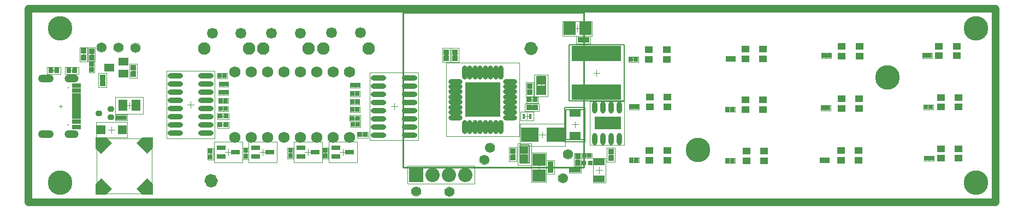
<source format=gts>
G04*
G04 #@! TF.GenerationSoftware,Altium Limited,CircuitMaker,2.3.0 (2.3.0.3)*
G04*
G04 Layer_Color=20142*
%FSLAX24Y24*%
%MOIN*%
G70*
G04*
G04 #@! TF.SameCoordinates,DC51E294-6E65-4D61-95AE-3FB6185F5068*
G04*
G04*
G04 #@! TF.FilePolarity,Negative*
G04*
G01*
G75*
%ADD11C,0.0039*%
%ADD13C,0.0100*%
%ADD14C,0.0050*%
%ADD15C,0.0079*%
%ADD16C,0.0059*%
%ADD18C,0.0472*%
%ADD19C,0.0020*%
%ADD20C,0.0433*%
%ADD44R,0.0669X0.0512*%
%ADD57R,0.0300X0.0300*%
%ADD58R,0.0363X0.0379*%
%ADD59O,0.0316X0.0749*%
%ADD60C,0.0552*%
%ADD61R,0.0336X0.0316*%
%ADD62O,0.0316X0.0848*%
%ADD63R,0.0316X0.0356*%
%ADD64R,0.0572X0.0198*%
%ADD65R,0.0277X0.0257*%
%ADD66R,0.0572X0.0690*%
%ADD67R,0.0572X0.0277*%
%ADD68O,0.0848X0.0316*%
%ADD69R,0.0316X0.0356*%
%ADD70R,0.0277X0.0316*%
%ADD71R,0.0316X0.0277*%
%ADD72O,0.0946X0.0316*%
%ADD73R,0.1064X0.0867*%
%ADD74R,0.0474X0.0474*%
%ADD75R,0.0789X0.0730*%
%ADD76R,0.0297X0.0277*%
%ADD77R,0.0336X0.0336*%
%ADD78R,0.0257X0.0257*%
%ADD79R,0.0690X0.0434*%
%ADD80R,0.0454X0.0434*%
%ADD81R,0.0730X0.0789*%
%ADD82R,0.0379X0.0363*%
%ADD83R,0.3033X0.0946*%
%ADD84C,0.0178*%
G04:AMPARAMS|DCode=85|XSize=31.6mil|YSize=37.5mil|CornerRadius=8.7mil|HoleSize=0mil|Usage=FLASHONLY|Rotation=90.000|XOffset=0mil|YOffset=0mil|HoleType=Round|Shape=RoundedRectangle|*
%AMROUNDEDRECTD85*
21,1,0.0316,0.0201,0,0,90.0*
21,1,0.0142,0.0375,0,0,90.0*
1,1,0.0174,0.0100,0.0071*
1,1,0.0174,0.0100,-0.0071*
1,1,0.0174,-0.0100,-0.0071*
1,1,0.0174,-0.0100,0.0071*
%
%ADD85ROUNDEDRECTD85*%
%ADD86R,0.0580X0.0580*%
%ADD87R,0.0631X0.0474*%
%ADD88R,0.0572X0.0316*%
%ADD89R,0.0867X0.0867*%
%ADD90C,0.0867*%
%ADD91C,0.0680*%
%ADD92C,0.1497*%
%ADD93C,0.0080*%
G04:AMPARAMS|DCode=94|XSize=47.4mil|YSize=94.6mil|CornerRadius=23.7mil|HoleSize=0mil|Usage=FLASHONLY|Rotation=270.000|XOffset=0mil|YOffset=0mil|HoleType=Round|Shape=RoundedRectangle|*
%AMROUNDEDRECTD94*
21,1,0.0474,0.0472,0,0,270.0*
21,1,0.0000,0.0946,0,0,270.0*
1,1,0.0474,-0.0236,0.0000*
1,1,0.0474,-0.0236,0.0000*
1,1,0.0474,0.0236,0.0000*
1,1,0.0474,0.0236,0.0000*
%
%ADD94ROUNDEDRECTD94*%
G04:AMPARAMS|DCode=95|XSize=47.4mil|YSize=86.7mil|CornerRadius=23.7mil|HoleSize=0mil|Usage=FLASHONLY|Rotation=270.000|XOffset=0mil|YOffset=0mil|HoleType=Round|Shape=RoundedRectangle|*
%AMROUNDEDRECTD95*
21,1,0.0474,0.0394,0,0,270.0*
21,1,0.0000,0.0867,0,0,270.0*
1,1,0.0474,-0.0197,0.0000*
1,1,0.0474,-0.0197,0.0000*
1,1,0.0474,0.0197,0.0000*
1,1,0.0474,0.0197,0.0000*
%
%ADD95ROUNDEDRECTD95*%
%ADD96C,0.0663*%
%ADD97C,0.0763*%
G36*
X28840Y7335D02*
Y5213D01*
X26722D01*
X26711Y5203D01*
X26700Y5213D01*
Y7335D01*
X28843Y7338D01*
X28840Y7335D01*
D02*
G37*
G36*
X36190Y4471D02*
X34601D01*
Y5228D01*
X36190D01*
Y4471D01*
D02*
G37*
G36*
X7610Y3305D02*
X7270Y2965D01*
X6620Y3615D01*
X6960Y3955D01*
X7610D01*
Y3305D01*
D02*
G37*
G36*
X5120Y3615D02*
X4470Y2965D01*
X4130Y3305D01*
Y3955D01*
X4780D01*
X5120Y3615D01*
D02*
G37*
G36*
X7610Y1125D02*
Y475D01*
X6960D01*
X6620Y815D01*
X7270Y1465D01*
X7610Y1125D01*
D02*
G37*
G36*
X5120Y815D02*
X4780Y475D01*
X4130D01*
Y1125D01*
X4470Y1465D01*
X5120Y815D01*
D02*
G37*
D11*
X4197Y3888D02*
X7544D01*
Y542D02*
Y3888D01*
X4197Y542D02*
X7544D01*
X4197D02*
Y3888D01*
X26015Y640D02*
G03*
X26015Y640I-295J0D01*
G01*
X33251Y2925D02*
G03*
X33251Y2925I-295J0D01*
G01*
X5818Y9449D02*
G03*
X5818Y9449I-295J0D01*
G01*
X6859Y9444D02*
G03*
X6859Y9444I-295J0D01*
G01*
X4780Y9454D02*
G03*
X4780Y9454I-295J0D01*
G01*
X28144Y2582D02*
G03*
X28144Y2582I-295J0D01*
G01*
X28494Y3332D02*
G03*
X28494Y3332I-295J0D01*
G01*
X32941Y1465D02*
G03*
X32941Y1465I-295J0D01*
G01*
X23988Y649D02*
G03*
X23988Y649I-295J0D01*
G01*
X4542Y7346D02*
Y7563D01*
X4434Y7455D02*
X4651D01*
X35147Y4818D02*
X35541D01*
X35344Y4621D02*
Y5015D01*
X19835Y6135D02*
X20051D01*
X19943Y6027D02*
Y6243D01*
X5983Y5913D02*
X6377D01*
X6180Y5717D02*
Y6110D01*
X14134Y3066D02*
X14528D01*
X14331Y2869D02*
Y3263D01*
X23154Y1127D02*
X27249D01*
Y2229D01*
X23154D02*
X27249D01*
X23154Y1127D02*
Y2229D01*
X27562Y6272D02*
X27956D01*
X27759Y6075D02*
Y6469D01*
X1573Y7947D02*
Y8163D01*
X1465Y8055D02*
X1681D01*
X2676Y7947D02*
Y8163D01*
X2567Y8055D02*
X2784D01*
X19965Y5027D02*
Y5243D01*
X19857Y5135D02*
X20074D01*
X20426Y4012D02*
Y4228D01*
X20317Y4120D02*
X20534D01*
X18047Y2987D02*
X18264D01*
X18155Y2879D02*
Y3095D01*
X15908Y3001D02*
X16125D01*
X16017Y2893D02*
Y3109D01*
X13173Y2978D02*
X13390D01*
X13281Y2870D02*
Y3087D01*
X11029Y2946D02*
X11246D01*
X11138Y2838D02*
Y3054D01*
X19218Y2866D02*
Y3260D01*
X19021Y3063D02*
X19414D01*
X17093Y2863D02*
Y3257D01*
X16897Y3060D02*
X17290D01*
X12228Y2865D02*
Y3259D01*
X12032Y3062D02*
X12425D01*
X11904Y5137D02*
Y5353D01*
X11796Y5245D02*
X12012D01*
X11909Y4612D02*
Y4829D01*
X11801Y4720D02*
X12017D01*
X22351Y5661D02*
Y6055D01*
X22154Y5858D02*
X22548D01*
X20874Y7925D02*
X23827D01*
X20874Y3791D02*
X23827D01*
X20874D02*
Y7925D01*
X23827Y3791D02*
Y7925D01*
X9922Y5775D02*
Y6169D01*
X9725Y5972D02*
X10119D01*
X8445Y3905D02*
X11398D01*
X8445Y8039D02*
X11398D01*
Y3905D02*
Y8039D01*
X8445Y3905D02*
Y8039D01*
X29492Y2925D02*
X29709D01*
X29600Y2816D02*
Y3033D01*
X30300Y2738D02*
Y3131D01*
X30104Y2935D02*
X30497D01*
X31876Y2037D02*
Y2253D01*
X31767Y2145D02*
X31984D01*
X30979Y2125D02*
X31373D01*
X31176Y1928D02*
Y2322D01*
X33278Y1975D02*
X33514D01*
X33396Y1857D02*
Y2093D01*
X36983Y2452D02*
Y2688D01*
X36865Y2570D02*
X37101D01*
X33546Y2487D02*
Y2703D01*
X33437Y2595D02*
X33654D01*
X34007Y2845D02*
X34224D01*
X34116Y2737D02*
Y2953D01*
X34870Y1754D02*
Y2148D01*
X34673Y1951D02*
X35067D01*
X35576Y2786D02*
Y3002D01*
X35467Y2894D02*
X35684D01*
X33189Y4745D02*
X33583D01*
X33386Y4548D02*
Y4942D01*
X33536Y10418D02*
Y10812D01*
X33339Y10615D02*
X33733D01*
X37001Y5712D02*
Y5948D01*
X36883Y5830D02*
X37119D01*
X36956Y8617D02*
Y8853D01*
X36838Y8735D02*
X37074D01*
X42871Y8652D02*
Y8888D01*
X42753Y8770D02*
X42989D01*
X42849Y2426D02*
Y2662D01*
X42731Y2544D02*
X42967D01*
X42735Y5675D02*
X42972D01*
X42853Y5557D02*
Y5793D01*
X48690Y5642D02*
Y5878D01*
X48572Y5760D02*
X48809D01*
X48728Y8837D02*
Y9073D01*
X48610Y8955D02*
X48846D01*
X48606Y2457D02*
Y2693D01*
X48488Y2575D02*
X48724D01*
X54878Y2685D02*
X55114D01*
X54996Y2567D02*
Y2803D01*
X54835Y5815D02*
X55072D01*
X54953Y5697D02*
Y5933D01*
X54893Y8847D02*
Y9083D01*
X54775Y8965D02*
X55012D01*
X33791Y9923D02*
X34007D01*
X33899Y9815D02*
Y10032D01*
X34509Y7905D02*
X34903D01*
X34706Y7708D02*
Y8102D01*
X26066Y8877D02*
Y9093D01*
X25957Y8985D02*
X26174D01*
X11823Y6713D02*
X12040D01*
X11932Y6605D02*
Y6822D01*
X11832Y7213D02*
X12049D01*
X11940Y7105D02*
Y7322D01*
X11810Y5715D02*
X12026D01*
X11918Y5607D02*
Y5823D01*
X11812Y6203D02*
X12029D01*
X11921Y6094D02*
Y6311D01*
X11748Y7734D02*
X11964D01*
X11856Y7625D02*
Y7842D01*
X30259Y5252D02*
X30653D01*
X30456Y5055D02*
Y5448D01*
X19847Y6625D02*
X20063D01*
X19955Y6517D02*
Y6733D01*
X19845Y5665D02*
X20062D01*
X19953Y5557D02*
Y5773D01*
X5570Y5175D02*
X5806D01*
X5688Y5057D02*
Y5293D01*
X3886Y8930D02*
Y9146D01*
X3777Y9038D02*
X3994D01*
X30769Y6144D02*
Y6361D01*
X30661Y6252D02*
X30877D01*
X3778Y8265D02*
X3994D01*
X3886Y8157D02*
Y8373D01*
X19859Y7149D02*
X20076D01*
X19968Y7040D02*
Y7257D01*
X30531Y6902D02*
X30747D01*
X30639Y6794D02*
Y7011D01*
X6326Y8027D02*
X6542D01*
X6434Y7918D02*
Y8135D01*
X3396Y8927D02*
Y9143D01*
X3287Y9035D02*
X3504D01*
X31319Y6941D02*
Y7335D01*
X31122Y7138D02*
X31516D01*
X19877Y4750D02*
X20094D01*
X19985Y4642D02*
Y4858D01*
X25417Y8986D02*
X25634D01*
X25526Y8878D02*
Y9094D01*
X30768Y5694D02*
Y5911D01*
X30660Y5802D02*
X30876D01*
X5100Y4228D02*
Y4622D01*
X4904Y4425D02*
X5297D01*
D13*
X22887Y11584D02*
X33911D01*
Y2135D02*
Y11584D01*
X22887Y2135D02*
X33911D01*
X22887D02*
Y11584D01*
D14*
X33033Y6192D02*
X36379D01*
X33033Y9618D02*
X36379D01*
X33033Y6192D02*
Y9618D01*
X36379Y6192D02*
Y9618D01*
D15*
X32772Y3695D02*
X34000D01*
Y5795D01*
X32772D02*
X34000D01*
X32772Y3695D02*
Y5795D01*
D16*
X30576Y2385D02*
Y3485D01*
X30025Y2385D02*
X30576D01*
X30025D02*
Y3485D01*
X30576D01*
X31044Y6588D02*
Y7688D01*
X31595D01*
Y6588D02*
Y7688D01*
X31044Y6588D02*
X31595D01*
X32811Y3839D02*
X33961D01*
Y5650D01*
X32811D02*
X33961D01*
X32811Y3839D02*
Y5650D01*
D18*
X16Y5D02*
Y11825D01*
X59066D01*
Y5D02*
Y11825D01*
X16Y5D02*
X59066D01*
D19*
X4306Y7022D02*
X4779D01*
X4306Y7888D02*
X4779D01*
X4306Y7022D02*
Y7888D01*
X4779Y7022D02*
Y7888D01*
X36388Y3480D02*
Y6157D01*
X34301Y3480D02*
Y6157D01*
X36388D01*
X34301Y3480D02*
X36388D01*
X19648Y5977D02*
Y6292D01*
X20238Y5977D02*
Y6292D01*
X19648D02*
X20238D01*
X19648Y5977D02*
X20238D01*
X5334Y5402D02*
Y6425D01*
X7027Y5402D02*
Y6425D01*
X5334D02*
X7027D01*
X5334Y5402D02*
X7027D01*
X13465Y2436D02*
Y3696D01*
X15197Y2436D02*
Y3696D01*
X13465D02*
X15197D01*
X13465Y2436D02*
X15197D01*
X30003Y4028D02*
Y8516D01*
X25515Y4028D02*
Y8516D01*
Y4028D02*
X30003D01*
X25515Y8516D02*
X30003D01*
X1160Y7838D02*
X1987D01*
X1160Y8271D02*
X1987D01*
Y7838D02*
Y8271D01*
X1160Y7838D02*
Y8271D01*
X2262Y8271D02*
X3089D01*
X2262Y7838D02*
X3089D01*
X2262D02*
Y8271D01*
X3089Y7838D02*
Y8271D01*
X19623Y4958D02*
X20307D01*
X19623Y5312D02*
X20307D01*
Y4958D02*
Y5312D01*
X19623Y4958D02*
Y5312D01*
X20084Y3943D02*
X20768D01*
X20084Y4297D02*
X20768D01*
Y3943D02*
Y4297D01*
X20084Y3943D02*
Y4297D01*
X18333Y2645D02*
Y3329D01*
X17978Y2645D02*
Y3329D01*
X18333D01*
X17978Y2645D02*
X18333D01*
X16194Y2659D02*
Y3343D01*
X15840Y2659D02*
Y3343D01*
X16194D01*
X15840Y2659D02*
X16194D01*
X13459Y2637D02*
Y3320D01*
X13104Y2637D02*
Y3320D01*
X13459D01*
X13104Y2637D02*
X13459D01*
X11315Y2604D02*
Y3288D01*
X10961Y2604D02*
Y3288D01*
X11315D01*
X10961Y2604D02*
X11315D01*
X18351Y2433D02*
X20084D01*
X18351Y3693D02*
X20084D01*
Y2433D02*
Y3693D01*
X18351Y2433D02*
Y3693D01*
X16227Y2430D02*
X17960D01*
X16227Y3690D02*
X17960D01*
Y2430D02*
Y3690D01*
X16227Y2430D02*
Y3690D01*
X11362Y2432D02*
X13094D01*
X11362Y3692D02*
X13094D01*
Y2432D02*
Y3692D01*
X11362Y2432D02*
Y3692D01*
X11562Y5422D02*
X12246D01*
X11562Y5068D02*
X12246D01*
X11562D02*
Y5422D01*
X12246Y5068D02*
Y5422D01*
X11567Y4897D02*
X12251D01*
X11567Y4543D02*
X12251D01*
X11567D02*
Y4897D01*
X12251Y4543D02*
Y4897D01*
X31201Y4113D02*
X31595D01*
X31398Y3916D02*
Y4310D01*
X32776Y3444D02*
Y4782D01*
X30020D02*
X32776D01*
X30020Y3444D02*
Y4782D01*
Y3444D02*
X32776D01*
X29364Y2492D02*
Y3358D01*
X29837Y2492D02*
Y3358D01*
X29364Y2492D02*
X29837D01*
X29364Y3358D02*
X29837D01*
X29887Y3604D02*
X30714D01*
X29887Y2265D02*
X30714D01*
Y3604D01*
X29887Y2265D02*
Y3604D01*
X31640Y2578D02*
X32112D01*
X31640Y1712D02*
X32112D01*
Y2578D01*
X31640Y1712D02*
Y2578D01*
X30723Y1219D02*
Y3030D01*
X31628Y1219D02*
Y3030D01*
X30723Y1219D02*
X31628D01*
X30723Y3030D02*
X31628D01*
X33750Y1798D02*
Y2152D01*
X33041Y1798D02*
Y2152D01*
Y1798D02*
X33750D01*
X33041Y2152D02*
X33750D01*
X36688Y2412D02*
X37279D01*
X36688Y2727D02*
X37279D01*
Y2412D02*
Y2727D01*
X36688Y2412D02*
Y2727D01*
X33329Y2182D02*
X33762D01*
X33329Y3008D02*
X33762D01*
X33329Y2182D02*
Y3008D01*
X33762Y2182D02*
Y3008D01*
X33820Y2687D02*
Y3002D01*
X34411Y2687D02*
Y3002D01*
X33820D02*
X34411D01*
X33820Y2687D02*
X34411D01*
X34496Y1203D02*
X35244D01*
X34496Y2699D02*
X35244D01*
X34496Y1203D02*
Y2699D01*
X35244Y1203D02*
Y2699D01*
X35340Y2461D02*
X35812D01*
X35340Y3327D02*
X35812D01*
X35340Y2461D02*
Y3327D01*
X35812Y2461D02*
Y3327D01*
X32630Y11068D02*
X34441D01*
X32630Y10162D02*
X34441D01*
X32630D02*
Y11068D01*
X34441Y10162D02*
Y11068D01*
X36706Y5672D02*
X37296D01*
X36706Y5987D02*
X37296D01*
Y5672D02*
Y5987D01*
X36706Y5672D02*
Y5987D01*
X36660Y8577D02*
X37251D01*
X36660Y8892D02*
X37251D01*
Y8577D02*
Y8892D01*
X36660Y8577D02*
Y8892D01*
X42576Y8612D02*
X43166D01*
X42576Y8927D02*
X43166D01*
Y8612D02*
Y8927D01*
X42576Y8612D02*
Y8927D01*
X42553Y2387D02*
X43144D01*
X42553Y2702D02*
X43144D01*
Y2387D02*
Y2702D01*
X42553Y2387D02*
Y2702D01*
X42558Y5517D02*
Y5832D01*
X43149Y5517D02*
Y5832D01*
X42558D02*
X43149D01*
X42558Y5517D02*
X43149D01*
X48395Y5602D02*
X48986D01*
X48395Y5917D02*
X48986D01*
Y5602D02*
Y5917D01*
X48395Y5602D02*
Y5917D01*
X48433Y8797D02*
X49023D01*
X48433Y9112D02*
X49023D01*
Y8797D02*
Y9112D01*
X48433Y8797D02*
Y9112D01*
X48310Y2417D02*
X48901D01*
X48310Y2732D02*
X48901D01*
Y2417D02*
Y2732D01*
X48310Y2417D02*
Y2732D01*
X54700Y2527D02*
Y2842D01*
X55291Y2527D02*
Y2842D01*
X54700D02*
X55291D01*
X54700Y2527D02*
X55291D01*
X54658Y5657D02*
Y5972D01*
X55249Y5657D02*
Y5972D01*
X54658D02*
X55249D01*
X54658Y5657D02*
X55249D01*
X54598Y8807D02*
X55189D01*
X54598Y9122D02*
X55189D01*
Y8807D02*
Y9122D01*
X54598Y8807D02*
Y9122D01*
X34332Y9687D02*
Y10160D01*
X33466Y9687D02*
Y10160D01*
Y9687D02*
X34332D01*
X33466Y10160D02*
X34332D01*
X25830Y9418D02*
X26302D01*
X25830Y8552D02*
X26302D01*
Y9418D01*
X25830Y8552D02*
Y9418D01*
X12227Y6556D02*
Y6871D01*
X11636Y6556D02*
Y6871D01*
Y6556D02*
X12227D01*
X11636Y6871D02*
X12227D01*
X12236Y7056D02*
Y7371D01*
X11645Y7056D02*
Y7371D01*
Y7056D02*
X12236D01*
X11645Y7371D02*
X12236D01*
X12213Y5557D02*
Y5872D01*
X11623Y5557D02*
Y5872D01*
Y5557D02*
X12213D01*
X11623Y5872D02*
X12213D01*
X12216Y6045D02*
Y6360D01*
X11625Y6045D02*
Y6360D01*
Y6045D02*
X12216D01*
X11625Y6360D02*
X12216D01*
X12151Y7576D02*
Y7891D01*
X11561Y7576D02*
Y7891D01*
Y7576D02*
X12151D01*
X11561Y7891D02*
X12151D01*
X30860Y4986D02*
Y5517D01*
X30052Y4986D02*
Y5517D01*
Y4986D02*
X30860D01*
X30052Y5517D02*
X30860D01*
X19660Y6467D02*
Y6782D01*
X20250Y6467D02*
Y6782D01*
X19660D02*
X20250D01*
X19660Y6467D02*
X20250D01*
X19658Y5507D02*
Y5822D01*
X20249Y5507D02*
Y5822D01*
X19658D02*
X20249D01*
X19658Y5507D02*
X20249D01*
X6042Y4998D02*
Y5352D01*
X5333Y4998D02*
Y5352D01*
Y4998D02*
X6042D01*
X5333Y5352D02*
X6042D01*
X3669Y8625D02*
X4102D01*
X3669Y9451D02*
X4102D01*
X3669Y8625D02*
Y9451D01*
X4102Y8625D02*
Y9451D01*
X30427Y6429D02*
X31111D01*
X30427Y6075D02*
X31111D01*
X30427D02*
Y6429D01*
X31111Y6075D02*
Y6429D01*
X3709Y7923D02*
Y8607D01*
X4063Y7923D02*
Y8607D01*
X3709Y7923D02*
X4063D01*
X3709Y8607D02*
X4063D01*
X19672Y6991D02*
Y7306D01*
X20263Y6991D02*
Y7306D01*
X19672D02*
X20263D01*
X19672Y6991D02*
X20263D01*
X30875Y6469D02*
Y7335D01*
X30403Y6469D02*
Y7335D01*
X30875D01*
X30403Y6469D02*
X30875D01*
X6670Y7594D02*
Y8460D01*
X6198Y7594D02*
Y8460D01*
X6670D01*
X6198Y7594D02*
X6670D01*
X3160Y8602D02*
X3632D01*
X3160Y9468D02*
X3632D01*
X3160Y8602D02*
Y9468D01*
X3632Y8602D02*
Y9468D01*
X30906Y6469D02*
X31733D01*
X30906Y7807D02*
X31733D01*
X30906Y6469D02*
Y7807D01*
X31733Y6469D02*
Y7807D01*
X19690Y4593D02*
Y4907D01*
X20281Y4593D02*
Y4907D01*
X19690D02*
X20281D01*
X19690Y4593D02*
X20281D01*
X25762Y8553D02*
Y9419D01*
X25290Y8553D02*
Y9419D01*
X25762D01*
X25290Y8553D02*
X25762D01*
X30335Y5566D02*
X31201D01*
X30335Y6039D02*
X31201D01*
Y5566D02*
Y6039D01*
X30335Y5566D02*
Y6039D01*
X4156Y3952D02*
X6045D01*
X4156Y4897D02*
X6045D01*
Y3952D02*
Y4897D01*
X4156Y3952D02*
Y4897D01*
X1902Y5868D02*
X2099D01*
X2001Y5769D02*
Y5966D01*
D20*
X30900Y9398D02*
G03*
X30900Y9398I-197J0D01*
G01*
X11374Y1309D02*
G03*
X11374Y1309I-197J0D01*
G01*
D44*
X33386Y5445D02*
D03*
Y4045D02*
D03*
D57*
X34316Y2385D02*
D03*
X33916D02*
D03*
D58*
X4542Y7266D02*
D03*
Y7644D02*
D03*
X29600Y2736D02*
D03*
Y3114D02*
D03*
X31876Y2334D02*
D03*
Y1956D02*
D03*
X35576Y2705D02*
D03*
Y3083D02*
D03*
X26066Y9174D02*
D03*
Y8796D02*
D03*
X30639Y7091D02*
D03*
Y6713D02*
D03*
X6434Y8216D02*
D03*
Y7838D02*
D03*
X3396Y8815D02*
D03*
Y9255D02*
D03*
X25526Y9175D02*
D03*
Y8797D02*
D03*
D59*
X36094Y5783D02*
D03*
X35594D02*
D03*
X35094D02*
D03*
X34594D02*
D03*
X36094Y3854D02*
D03*
X35594D02*
D03*
X35094D02*
D03*
X34594D02*
D03*
D60*
X32646Y1465D02*
D03*
X25720Y640D02*
D03*
X32956Y2925D02*
D03*
X5523Y9449D02*
D03*
X6564Y9444D02*
D03*
X4484Y9454D02*
D03*
X27849Y2582D02*
D03*
X28199Y3332D02*
D03*
X23692Y649D02*
D03*
D61*
X33228Y1975D02*
D03*
X33563D02*
D03*
X5855Y5175D02*
D03*
X5520D02*
D03*
D62*
X27602Y4609D02*
D03*
X28861Y7936D02*
D03*
X28547D02*
D03*
X28232D02*
D03*
X27917D02*
D03*
X27602D02*
D03*
X27287D02*
D03*
X26972D02*
D03*
X26657D02*
D03*
Y4609D02*
D03*
X26972D02*
D03*
X27287D02*
D03*
X27917D02*
D03*
X28232D02*
D03*
X28547D02*
D03*
X28861D02*
D03*
D63*
X2479Y8055D02*
D03*
X1770D02*
D03*
D64*
X2966Y6360D02*
D03*
Y6163D02*
D03*
Y6557D02*
D03*
Y5179D02*
D03*
Y5572D02*
D03*
Y5376D02*
D03*
Y5769D02*
D03*
Y5966D02*
D03*
D65*
X19795Y6135D02*
D03*
X20091D02*
D03*
X12079Y6713D02*
D03*
X11784D02*
D03*
X12088Y7213D02*
D03*
X11793D02*
D03*
X12066Y5715D02*
D03*
X11770D02*
D03*
X12068Y6203D02*
D03*
X11773D02*
D03*
X12003Y7734D02*
D03*
X11708D02*
D03*
X19808Y6625D02*
D03*
X20103D02*
D03*
X19806Y5665D02*
D03*
X20101D02*
D03*
X19820Y7149D02*
D03*
X20115D02*
D03*
X19838Y4750D02*
D03*
X20133D02*
D03*
D66*
X5777Y5913D02*
D03*
X6584D02*
D03*
D67*
X13907Y3322D02*
D03*
Y2810D02*
D03*
X14754Y3066D02*
D03*
X19641Y3063D02*
D03*
X18794Y2807D02*
D03*
Y3319D02*
D03*
X17517Y3060D02*
D03*
X16670Y2804D02*
D03*
Y3316D02*
D03*
X12652Y3062D02*
D03*
X11805Y2806D02*
D03*
Y3318D02*
D03*
D68*
X29423Y5170D02*
D03*
Y5485D02*
D03*
Y5800D02*
D03*
Y6115D02*
D03*
Y6430D02*
D03*
Y6745D02*
D03*
Y7060D02*
D03*
Y7375D02*
D03*
X26096D02*
D03*
Y7060D02*
D03*
Y6745D02*
D03*
Y6430D02*
D03*
Y6115D02*
D03*
Y5800D02*
D03*
Y5485D02*
D03*
Y5170D02*
D03*
D69*
X1376Y8055D02*
D03*
X2873D02*
D03*
D70*
X19790Y5135D02*
D03*
X20140D02*
D03*
X20250Y4120D02*
D03*
X20601D02*
D03*
X12079Y5245D02*
D03*
X11729D02*
D03*
X12084Y4720D02*
D03*
X11734D02*
D03*
X30944Y6252D02*
D03*
X30594D02*
D03*
D71*
X18156Y2812D02*
D03*
Y3162D02*
D03*
X16017Y2826D02*
D03*
Y3176D02*
D03*
X13282Y2803D02*
D03*
Y3154D02*
D03*
X11138Y2771D02*
D03*
Y3121D02*
D03*
X3886Y8440D02*
D03*
Y8090D02*
D03*
D72*
X21406Y7608D02*
D03*
Y7108D02*
D03*
Y6608D02*
D03*
Y6108D02*
D03*
Y5608D02*
D03*
Y5108D02*
D03*
Y4608D02*
D03*
Y4108D02*
D03*
X23296Y7608D02*
D03*
Y7108D02*
D03*
Y6608D02*
D03*
Y6108D02*
D03*
Y5608D02*
D03*
Y5108D02*
D03*
Y4608D02*
D03*
Y4108D02*
D03*
X10867Y4222D02*
D03*
Y4722D02*
D03*
Y5222D02*
D03*
Y5722D02*
D03*
Y6222D02*
D03*
Y6722D02*
D03*
Y7222D02*
D03*
Y7722D02*
D03*
X8977Y4222D02*
D03*
Y4722D02*
D03*
Y5222D02*
D03*
Y5722D02*
D03*
Y6222D02*
D03*
Y6722D02*
D03*
Y7222D02*
D03*
Y7722D02*
D03*
D73*
X30611Y4113D02*
D03*
X32186D02*
D03*
D74*
X30300Y3210D02*
D03*
Y2659D02*
D03*
X31319Y6862D02*
D03*
Y7413D02*
D03*
D75*
X31176Y1643D02*
D03*
Y2607D02*
D03*
D76*
X37131Y2570D02*
D03*
X36836D02*
D03*
X37149Y5830D02*
D03*
X36853D02*
D03*
X37103Y8735D02*
D03*
X36808D02*
D03*
X43019Y8770D02*
D03*
X42723D02*
D03*
X42996Y2544D02*
D03*
X42701D02*
D03*
X42706Y5675D02*
D03*
X43001D02*
D03*
X48838Y5760D02*
D03*
X48543D02*
D03*
X48876Y8955D02*
D03*
X48580D02*
D03*
X48753Y2575D02*
D03*
X48458D02*
D03*
X54848Y2685D02*
D03*
X55143D02*
D03*
X54806Y5815D02*
D03*
X55101D02*
D03*
X55041Y8965D02*
D03*
X54746D02*
D03*
D77*
X33546Y2398D02*
D03*
Y2792D02*
D03*
X3886Y8841D02*
D03*
Y9235D02*
D03*
D78*
X33958Y2845D02*
D03*
X34273D02*
D03*
D79*
X34870Y1429D02*
D03*
Y2472D02*
D03*
D80*
X37934Y3160D02*
D03*
X39017D02*
D03*
X37934Y2570D02*
D03*
X39017D02*
D03*
X38987Y9330D02*
D03*
X37904D02*
D03*
Y8740D02*
D03*
X38987D02*
D03*
X44928Y3135D02*
D03*
X43846D02*
D03*
Y2544D02*
D03*
X44928D02*
D03*
X44867Y5670D02*
D03*
X43784D02*
D03*
X44867Y6260D02*
D03*
X43784D02*
D03*
X44867Y9360D02*
D03*
X43784D02*
D03*
Y8770D02*
D03*
X44867D02*
D03*
X39037Y6420D02*
D03*
Y5830D02*
D03*
X37954D02*
D03*
Y6420D02*
D03*
X55594Y9540D02*
D03*
X56677D02*
D03*
X55594Y8950D02*
D03*
X56677D02*
D03*
X50708Y3155D02*
D03*
X49626D02*
D03*
Y2564D02*
D03*
X50708D02*
D03*
X56797Y3270D02*
D03*
X55714D02*
D03*
Y2680D02*
D03*
X56797D02*
D03*
X50727Y6320D02*
D03*
Y5730D02*
D03*
X49644D02*
D03*
Y6320D02*
D03*
X50747Y9520D02*
D03*
X49664D02*
D03*
Y8930D02*
D03*
X50747D02*
D03*
X56797Y6410D02*
D03*
Y5820D02*
D03*
X55714D02*
D03*
Y6410D02*
D03*
D81*
X33053Y10615D02*
D03*
X34018D02*
D03*
D82*
X34088Y9923D02*
D03*
X33710D02*
D03*
X30957Y5802D02*
D03*
X30579D02*
D03*
D83*
X34706Y6724D02*
D03*
Y9086D02*
D03*
D84*
X30653Y5171D02*
D03*
X30259D02*
D03*
X30653Y5332D02*
D03*
X30259D02*
D03*
D85*
X4336Y5435D02*
D03*
X5065Y5691D02*
D03*
Y5179D02*
D03*
D86*
X5750Y4425D02*
D03*
X4450D02*
D03*
D87*
X5815Y7850D02*
D03*
Y8598D02*
D03*
X4949Y8224D02*
D03*
D88*
X2966Y6813D02*
D03*
Y4923D02*
D03*
Y4608D02*
D03*
Y7128D02*
D03*
D89*
X23705Y1678D02*
D03*
D90*
X24705D02*
D03*
X25705D02*
D03*
X26705D02*
D03*
D91*
X12616Y3965D02*
D03*
X13616D02*
D03*
X14616D02*
D03*
X15616D02*
D03*
X16616D02*
D03*
X17616D02*
D03*
X18616D02*
D03*
X19616D02*
D03*
Y7965D02*
D03*
X18616D02*
D03*
X17616D02*
D03*
X16616D02*
D03*
X12616D02*
D03*
X13616D02*
D03*
X14616D02*
D03*
X15616D02*
D03*
D92*
X52449Y7622D02*
D03*
X40892Y3187D02*
D03*
X57866Y1186D02*
D03*
Y10635D02*
D03*
X1960Y1186D02*
D03*
Y10635D02*
D03*
D93*
X2464Y7009D02*
D03*
Y4726D02*
D03*
D94*
X1086Y4165D02*
D03*
Y7570D02*
D03*
D95*
X2661D02*
D03*
Y4165D02*
D03*
D96*
X11246Y10335D02*
D03*
X13006D02*
D03*
X14856D02*
D03*
X16616D02*
D03*
X18536Y10345D02*
D03*
X20296D02*
D03*
D97*
X10746Y9385D02*
D03*
X13506D02*
D03*
X14356D02*
D03*
X17116D02*
D03*
X18036Y9395D02*
D03*
X20796D02*
D03*
M02*

</source>
